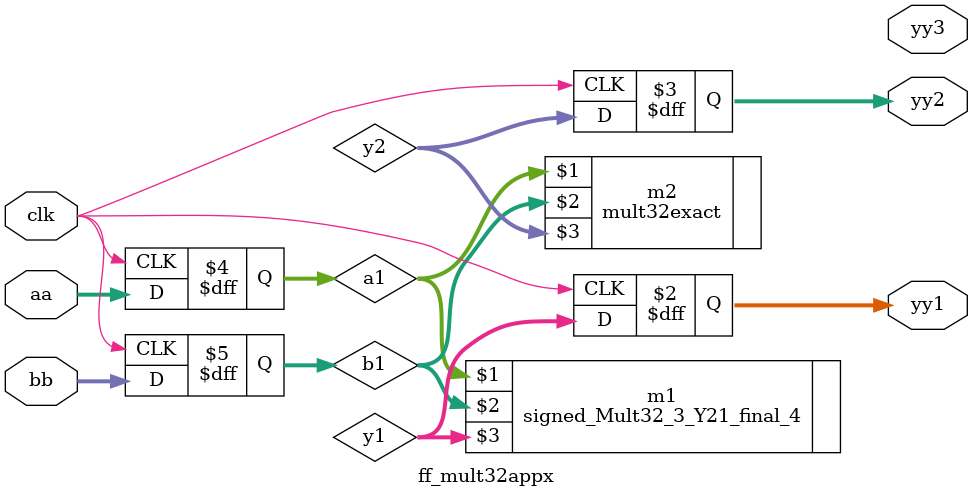
<source format=v>
module ff_mult32appx(clk,aa,bb,yy1,yy2,yy3);

input clk;
input [31:0] aa;
input [31:0] bb;

output [63:0] yy1,yy2,yy3;
reg [63:0] yy1;
reg [63:0] yy2;
//reg [15:0] yy3;


reg [31:0] a1;
reg [31:0] b1;
wire [63:0] y1;
wire [63:0] y2;
//wire [15:0] y3;

always @(posedge clk)
begin

a1 <= aa;
b1 <= bb;
yy1 <= y1;
yy2 <= y2;
//yy3 <= y3;

end

signed_Mult32_3_Y21_final_4 m1 (a1,b1,y1);
mult32exact m2 (a1,b1,y2);
//mult16exact m16xct (a1,b1,y3);

endmodule



</source>
